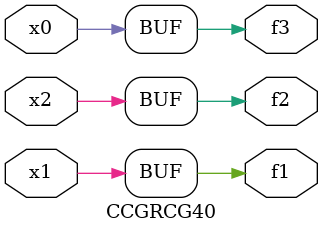
<source format=v>
module CCGRCG40(
	input x0, x1, x2,
	output f1, f2, f3
);
	assign f1 = x1;
	assign f2 = x2;
	assign f3 = x0;
endmodule

</source>
